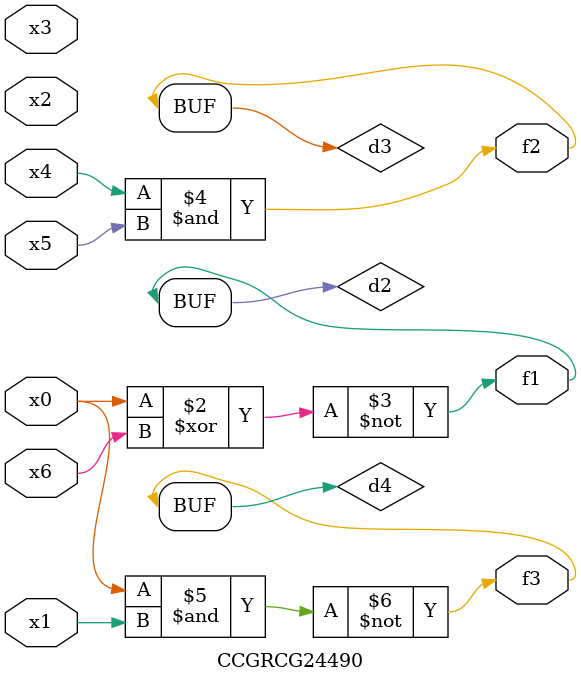
<source format=v>
module CCGRCG24490(
	input x0, x1, x2, x3, x4, x5, x6,
	output f1, f2, f3
);

	wire d1, d2, d3, d4;

	nor (d1, x0);
	xnor (d2, x0, x6);
	and (d3, x4, x5);
	nand (d4, x0, x1);
	assign f1 = d2;
	assign f2 = d3;
	assign f3 = d4;
endmodule

</source>
